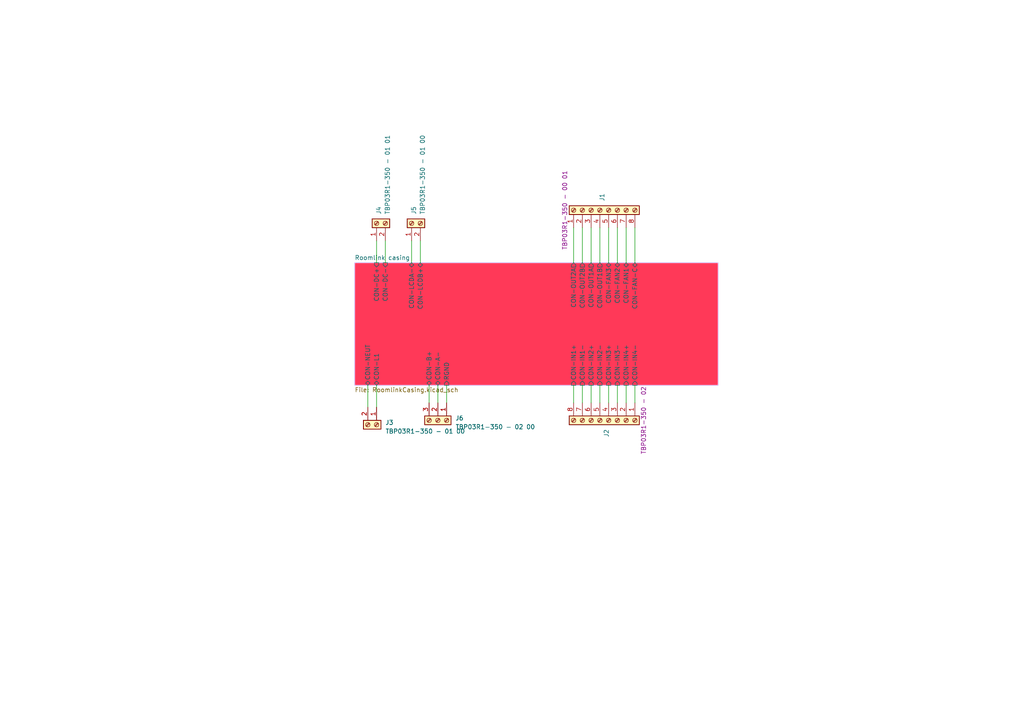
<source format=kicad_sch>
(kicad_sch (version 20230121) (generator eeschema)

  (uuid 89fa4562-b33b-473b-85be-61cc5cfa855c)

  (paper "A4")

  (title_block
    (title "Main")
    (date "2023-06-18")
    (rev "v1")
    (company "ITLA")
  )

  (lib_symbols
    (symbol "Connector:Screw_Terminal_01x02" (pin_names (offset 1.016) hide) (in_bom yes) (on_board yes)
      (property "Reference" "J" (at 0 2.54 0)
        (effects (font (size 1.27 1.27)))
      )
      (property "Value" "Screw_Terminal_01x02" (at 0 -5.08 0)
        (effects (font (size 1.27 1.27)))
      )
      (property "Footprint" "" (at 0 0 0)
        (effects (font (size 1.27 1.27)) hide)
      )
      (property "Datasheet" "~" (at 0 0 0)
        (effects (font (size 1.27 1.27)) hide)
      )
      (property "ki_keywords" "screw terminal" (at 0 0 0)
        (effects (font (size 1.27 1.27)) hide)
      )
      (property "ki_description" "Generic screw terminal, single row, 01x02, script generated (kicad-library-utils/schlib/autogen/connector/)" (at 0 0 0)
        (effects (font (size 1.27 1.27)) hide)
      )
      (property "ki_fp_filters" "TerminalBlock*:*" (at 0 0 0)
        (effects (font (size 1.27 1.27)) hide)
      )
      (symbol "Screw_Terminal_01x02_1_1"
        (rectangle (start -1.27 1.27) (end 1.27 -3.81)
          (stroke (width 0.254) (type default))
          (fill (type background))
        )
        (circle (center 0 -2.54) (radius 0.635)
          (stroke (width 0.1524) (type default))
          (fill (type none))
        )
        (polyline
          (pts
            (xy -0.5334 -2.2098)
            (xy 0.3302 -3.048)
          )
          (stroke (width 0.1524) (type default))
          (fill (type none))
        )
        (polyline
          (pts
            (xy -0.5334 0.3302)
            (xy 0.3302 -0.508)
          )
          (stroke (width 0.1524) (type default))
          (fill (type none))
        )
        (polyline
          (pts
            (xy -0.3556 -2.032)
            (xy 0.508 -2.8702)
          )
          (stroke (width 0.1524) (type default))
          (fill (type none))
        )
        (polyline
          (pts
            (xy -0.3556 0.508)
            (xy 0.508 -0.3302)
          )
          (stroke (width 0.1524) (type default))
          (fill (type none))
        )
        (circle (center 0 0) (radius 0.635)
          (stroke (width 0.1524) (type default))
          (fill (type none))
        )
        (pin passive line (at -5.08 0 0) (length 3.81)
          (name "Pin_1" (effects (font (size 1.27 1.27))))
          (number "1" (effects (font (size 1.27 1.27))))
        )
        (pin passive line (at -5.08 -2.54 0) (length 3.81)
          (name "Pin_2" (effects (font (size 1.27 1.27))))
          (number "2" (effects (font (size 1.27 1.27))))
        )
      )
    )
    (symbol "Connector:Screw_Terminal_01x03" (pin_names (offset 1.016) hide) (in_bom yes) (on_board yes)
      (property "Reference" "J" (at 0 5.08 0)
        (effects (font (size 1.27 1.27)))
      )
      (property "Value" "Screw_Terminal_01x03" (at 0 -5.08 0)
        (effects (font (size 1.27 1.27)))
      )
      (property "Footprint" "" (at 0 0 0)
        (effects (font (size 1.27 1.27)) hide)
      )
      (property "Datasheet" "~" (at 0 0 0)
        (effects (font (size 1.27 1.27)) hide)
      )
      (property "ki_keywords" "screw terminal" (at 0 0 0)
        (effects (font (size 1.27 1.27)) hide)
      )
      (property "ki_description" "Generic screw terminal, single row, 01x03, script generated (kicad-library-utils/schlib/autogen/connector/)" (at 0 0 0)
        (effects (font (size 1.27 1.27)) hide)
      )
      (property "ki_fp_filters" "TerminalBlock*:*" (at 0 0 0)
        (effects (font (size 1.27 1.27)) hide)
      )
      (symbol "Screw_Terminal_01x03_1_1"
        (rectangle (start -1.27 3.81) (end 1.27 -3.81)
          (stroke (width 0.254) (type default))
          (fill (type background))
        )
        (circle (center 0 -2.54) (radius 0.635)
          (stroke (width 0.1524) (type default))
          (fill (type none))
        )
        (polyline
          (pts
            (xy -0.5334 -2.2098)
            (xy 0.3302 -3.048)
          )
          (stroke (width 0.1524) (type default))
          (fill (type none))
        )
        (polyline
          (pts
            (xy -0.5334 0.3302)
            (xy 0.3302 -0.508)
          )
          (stroke (width 0.1524) (type default))
          (fill (type none))
        )
        (polyline
          (pts
            (xy -0.5334 2.8702)
            (xy 0.3302 2.032)
          )
          (stroke (width 0.1524) (type default))
          (fill (type none))
        )
        (polyline
          (pts
            (xy -0.3556 -2.032)
            (xy 0.508 -2.8702)
          )
          (stroke (width 0.1524) (type default))
          (fill (type none))
        )
        (polyline
          (pts
            (xy -0.3556 0.508)
            (xy 0.508 -0.3302)
          )
          (stroke (width 0.1524) (type default))
          (fill (type none))
        )
        (polyline
          (pts
            (xy -0.3556 3.048)
            (xy 0.508 2.2098)
          )
          (stroke (width 0.1524) (type default))
          (fill (type none))
        )
        (circle (center 0 0) (radius 0.635)
          (stroke (width 0.1524) (type default))
          (fill (type none))
        )
        (circle (center 0 2.54) (radius 0.635)
          (stroke (width 0.1524) (type default))
          (fill (type none))
        )
        (pin passive line (at -5.08 2.54 0) (length 3.81)
          (name "Pin_1" (effects (font (size 1.27 1.27))))
          (number "1" (effects (font (size 1.27 1.27))))
        )
        (pin passive line (at -5.08 0 0) (length 3.81)
          (name "Pin_2" (effects (font (size 1.27 1.27))))
          (number "2" (effects (font (size 1.27 1.27))))
        )
        (pin passive line (at -5.08 -2.54 0) (length 3.81)
          (name "Pin_3" (effects (font (size 1.27 1.27))))
          (number "3" (effects (font (size 1.27 1.27))))
        )
      )
    )
    (symbol "Connector:Screw_Terminal_01x08" (pin_names (offset 1.016) hide) (in_bom yes) (on_board yes)
      (property "Reference" "J" (at 0 10.16 0)
        (effects (font (size 1.27 1.27)))
      )
      (property "Value" "Screw_Terminal_01x08" (at 0 -12.7 0)
        (effects (font (size 1.27 1.27)))
      )
      (property "Footprint" "" (at 0 0 0)
        (effects (font (size 1.27 1.27)) hide)
      )
      (property "Datasheet" "~" (at 0 0 0)
        (effects (font (size 1.27 1.27)) hide)
      )
      (property "ki_keywords" "screw terminal" (at 0 0 0)
        (effects (font (size 1.27 1.27)) hide)
      )
      (property "ki_description" "Generic screw terminal, single row, 01x08, script generated (kicad-library-utils/schlib/autogen/connector/)" (at 0 0 0)
        (effects (font (size 1.27 1.27)) hide)
      )
      (property "ki_fp_filters" "TerminalBlock*:*" (at 0 0 0)
        (effects (font (size 1.27 1.27)) hide)
      )
      (symbol "Screw_Terminal_01x08_1_1"
        (rectangle (start -1.27 8.89) (end 1.27 -11.43)
          (stroke (width 0.254) (type default))
          (fill (type background))
        )
        (circle (center 0 -10.16) (radius 0.635)
          (stroke (width 0.1524) (type default))
          (fill (type none))
        )
        (circle (center 0 -7.62) (radius 0.635)
          (stroke (width 0.1524) (type default))
          (fill (type none))
        )
        (circle (center 0 -5.08) (radius 0.635)
          (stroke (width 0.1524) (type default))
          (fill (type none))
        )
        (circle (center 0 -2.54) (radius 0.635)
          (stroke (width 0.1524) (type default))
          (fill (type none))
        )
        (polyline
          (pts
            (xy -0.5334 -9.8298)
            (xy 0.3302 -10.668)
          )
          (stroke (width 0.1524) (type default))
          (fill (type none))
        )
        (polyline
          (pts
            (xy -0.5334 -7.2898)
            (xy 0.3302 -8.128)
          )
          (stroke (width 0.1524) (type default))
          (fill (type none))
        )
        (polyline
          (pts
            (xy -0.5334 -4.7498)
            (xy 0.3302 -5.588)
          )
          (stroke (width 0.1524) (type default))
          (fill (type none))
        )
        (polyline
          (pts
            (xy -0.5334 -2.2098)
            (xy 0.3302 -3.048)
          )
          (stroke (width 0.1524) (type default))
          (fill (type none))
        )
        (polyline
          (pts
            (xy -0.5334 0.3302)
            (xy 0.3302 -0.508)
          )
          (stroke (width 0.1524) (type default))
          (fill (type none))
        )
        (polyline
          (pts
            (xy -0.5334 2.8702)
            (xy 0.3302 2.032)
          )
          (stroke (width 0.1524) (type default))
          (fill (type none))
        )
        (polyline
          (pts
            (xy -0.5334 5.4102)
            (xy 0.3302 4.572)
          )
          (stroke (width 0.1524) (type default))
          (fill (type none))
        )
        (polyline
          (pts
            (xy -0.5334 7.9502)
            (xy 0.3302 7.112)
          )
          (stroke (width 0.1524) (type default))
          (fill (type none))
        )
        (polyline
          (pts
            (xy -0.3556 -9.652)
            (xy 0.508 -10.4902)
          )
          (stroke (width 0.1524) (type default))
          (fill (type none))
        )
        (polyline
          (pts
            (xy -0.3556 -7.112)
            (xy 0.508 -7.9502)
          )
          (stroke (width 0.1524) (type default))
          (fill (type none))
        )
        (polyline
          (pts
            (xy -0.3556 -4.572)
            (xy 0.508 -5.4102)
          )
          (stroke (width 0.1524) (type default))
          (fill (type none))
        )
        (polyline
          (pts
            (xy -0.3556 -2.032)
            (xy 0.508 -2.8702)
          )
          (stroke (width 0.1524) (type default))
          (fill (type none))
        )
        (polyline
          (pts
            (xy -0.3556 0.508)
            (xy 0.508 -0.3302)
          )
          (stroke (width 0.1524) (type default))
          (fill (type none))
        )
        (polyline
          (pts
            (xy -0.3556 3.048)
            (xy 0.508 2.2098)
          )
          (stroke (width 0.1524) (type default))
          (fill (type none))
        )
        (polyline
          (pts
            (xy -0.3556 5.588)
            (xy 0.508 4.7498)
          )
          (stroke (width 0.1524) (type default))
          (fill (type none))
        )
        (polyline
          (pts
            (xy -0.3556 8.128)
            (xy 0.508 7.2898)
          )
          (stroke (width 0.1524) (type default))
          (fill (type none))
        )
        (circle (center 0 0) (radius 0.635)
          (stroke (width 0.1524) (type default))
          (fill (type none))
        )
        (circle (center 0 2.54) (radius 0.635)
          (stroke (width 0.1524) (type default))
          (fill (type none))
        )
        (circle (center 0 5.08) (radius 0.635)
          (stroke (width 0.1524) (type default))
          (fill (type none))
        )
        (circle (center 0 7.62) (radius 0.635)
          (stroke (width 0.1524) (type default))
          (fill (type none))
        )
        (pin passive line (at -5.08 7.62 0) (length 3.81)
          (name "Pin_1" (effects (font (size 1.27 1.27))))
          (number "1" (effects (font (size 1.27 1.27))))
        )
        (pin passive line (at -5.08 5.08 0) (length 3.81)
          (name "Pin_2" (effects (font (size 1.27 1.27))))
          (number "2" (effects (font (size 1.27 1.27))))
        )
        (pin passive line (at -5.08 2.54 0) (length 3.81)
          (name "Pin_3" (effects (font (size 1.27 1.27))))
          (number "3" (effects (font (size 1.27 1.27))))
        )
        (pin passive line (at -5.08 0 0) (length 3.81)
          (name "Pin_4" (effects (font (size 1.27 1.27))))
          (number "4" (effects (font (size 1.27 1.27))))
        )
        (pin passive line (at -5.08 -2.54 0) (length 3.81)
          (name "Pin_5" (effects (font (size 1.27 1.27))))
          (number "5" (effects (font (size 1.27 1.27))))
        )
        (pin passive line (at -5.08 -5.08 0) (length 3.81)
          (name "Pin_6" (effects (font (size 1.27 1.27))))
          (number "6" (effects (font (size 1.27 1.27))))
        )
        (pin passive line (at -5.08 -7.62 0) (length 3.81)
          (name "Pin_7" (effects (font (size 1.27 1.27))))
          (number "7" (effects (font (size 1.27 1.27))))
        )
        (pin passive line (at -5.08 -10.16 0) (length 3.81)
          (name "Pin_8" (effects (font (size 1.27 1.27))))
          (number "8" (effects (font (size 1.27 1.27))))
        )
      )
    )
  )


  (wire (pts (xy 121.92 69.85) (xy 121.92 76.2))
    (stroke (width 0) (type default))
    (uuid 1fbd3b02-2aa0-40e6-a189-56b2e6c76b9e)
  )
  (wire (pts (xy 106.68 111.76) (xy 106.68 118.11))
    (stroke (width 0) (type default))
    (uuid 1fdcf62d-31a4-4517-a72e-736b809fca59)
  )
  (wire (pts (xy 179.07 66.04) (xy 179.07 76.2))
    (stroke (width 0) (type default))
    (uuid 21a7de58-ef96-4d49-8be3-7d99a7fac32a)
  )
  (wire (pts (xy 124.46 111.76) (xy 124.46 116.84))
    (stroke (width 0) (type default))
    (uuid 2538dffe-646b-4bd0-a862-b1b25dde9686)
  )
  (wire (pts (xy 173.99 66.04) (xy 173.99 76.2))
    (stroke (width 0) (type default))
    (uuid 38cb09a2-f078-4dc6-9c6a-69658136a9fa)
  )
  (wire (pts (xy 173.99 111.76) (xy 173.99 116.84))
    (stroke (width 0) (type default))
    (uuid 4243b981-06ab-47e4-a4c6-178f923cfd68)
  )
  (wire (pts (xy 168.91 111.76) (xy 168.91 116.84))
    (stroke (width 0) (type default))
    (uuid 4d45c454-d619-4bd8-9c1a-6380a97e1d7a)
  )
  (wire (pts (xy 166.37 66.04) (xy 166.37 76.2))
    (stroke (width 0) (type default))
    (uuid 4d63e0be-a65b-4ffb-b4b7-17b378a9b215)
  )
  (wire (pts (xy 181.61 66.04) (xy 181.61 76.2))
    (stroke (width 0) (type default))
    (uuid 4db60994-9f0b-4168-91a3-72804a754667)
  )
  (wire (pts (xy 168.91 66.04) (xy 168.91 76.2))
    (stroke (width 0) (type default))
    (uuid 53ba8cc0-a13d-4562-b8dc-ca04da8adf20)
  )
  (wire (pts (xy 127 111.76) (xy 127 116.84))
    (stroke (width 0) (type default))
    (uuid 560aa305-8602-43fb-89c3-39db1f22f374)
  )
  (wire (pts (xy 184.15 111.76) (xy 184.15 116.84))
    (stroke (width 0) (type default))
    (uuid 5ecb34c5-19a7-4391-a1a3-f07a2043bd7d)
  )
  (wire (pts (xy 176.53 66.04) (xy 176.53 76.2))
    (stroke (width 0) (type default))
    (uuid 6ff7ced4-bbc5-402a-9838-58015a644a65)
  )
  (wire (pts (xy 181.61 111.76) (xy 181.61 116.84))
    (stroke (width 0) (type default))
    (uuid 70f4fa7c-88d5-4f5b-9381-ecde46227a21)
  )
  (wire (pts (xy 129.54 111.76) (xy 129.54 116.84))
    (stroke (width 0) (type default))
    (uuid 826a40dd-1147-4fc6-b218-9e018922f70a)
  )
  (wire (pts (xy 184.15 66.04) (xy 184.15 76.2))
    (stroke (width 0) (type default))
    (uuid 959cb096-93aa-49ca-8201-8fdb7e00a4f1)
  )
  (wire (pts (xy 179.07 111.76) (xy 179.07 116.84))
    (stroke (width 0) (type default))
    (uuid 997468bd-0383-4fed-a94e-34b1755a5383)
  )
  (wire (pts (xy 171.45 111.76) (xy 171.45 116.84))
    (stroke (width 0) (type default))
    (uuid a442bfe4-4be0-458e-a67c-ec8b392f5b2f)
  )
  (wire (pts (xy 109.22 69.85) (xy 109.22 76.2))
    (stroke (width 0) (type default))
    (uuid bece724c-4dc9-49eb-9898-079544b9e096)
  )
  (wire (pts (xy 111.76 69.85) (xy 111.76 76.2))
    (stroke (width 0) (type default))
    (uuid caab022b-2e35-4bb3-9e2b-53a9d9111722)
  )
  (wire (pts (xy 119.38 69.85) (xy 119.38 76.2))
    (stroke (width 0) (type default))
    (uuid d4805559-872e-4bb1-ae48-936ea0e746cf)
  )
  (wire (pts (xy 166.37 111.76) (xy 166.37 116.84))
    (stroke (width 0) (type default))
    (uuid d8144090-dacf-4dae-bad5-ad6c963c8b43)
  )
  (wire (pts (xy 109.22 111.76) (xy 109.22 118.11))
    (stroke (width 0) (type default))
    (uuid df86af1c-9931-4f40-aaac-be0e0149183b)
  )
  (wire (pts (xy 171.45 66.04) (xy 171.45 76.2))
    (stroke (width 0) (type default))
    (uuid ecacf9c6-7e24-432d-982d-274ea468ce4a)
  )
  (wire (pts (xy 176.53 111.76) (xy 176.53 116.84))
    (stroke (width 0) (type default))
    (uuid f8fd9e76-0433-45e4-a030-36786c06a42d)
  )

  (symbol (lib_id "Connector:Screw_Terminal_01x03") (at 127 121.92 270) (unit 1)
    (in_bom yes) (on_board yes) (dnp no) (fields_autoplaced)
    (uuid 5365cb35-eb77-48fe-bc24-91b0b4e46237)
    (property "Reference" "J6" (at 132.08 121.285 90)
      (effects (font (size 1.27 1.27)) (justify left))
    )
    (property "Value" "TBP03R1-350 - 02 00" (at 132.08 123.825 90)
      (effects (font (size 1.27 1.27)) (justify left))
    )
    (property "Footprint" "SamacSys_Parts:CUI_TBP03R1-350-03GR" (at 127 121.92 0)
      (effects (font (size 1.27 1.27)) hide)
    )
    (property "Datasheet" "https://www.cuidevices.com/product/interconnect/connectors/terminal-blocks/tbp03r1-350-series" (at 127 121.92 0)
      (effects (font (size 1.27 1.27)) hide)
    )
    (pin "1" (uuid 6bebe4f6-1e59-4969-bbb3-47afa0f54e14))
    (pin "2" (uuid f7711ff5-8330-4bf3-b318-2aa965316b5b))
    (pin "3" (uuid cdf43588-c75d-4b6f-9af6-ac34f67c2e15))
    (instances
      (project "Roomlink"
        (path "/89fa4562-b33b-473b-85be-61cc5cfa855c"
          (reference "J6") (unit 1)
        )
      )
    )
  )

  (symbol (lib_id "Connector:Screw_Terminal_01x02") (at 109.22 64.77 90) (unit 1)
    (in_bom yes) (on_board yes) (dnp no) (fields_autoplaced)
    (uuid 70645840-6ffb-4ba7-a291-caab6a1c4ddb)
    (property "Reference" "J4" (at 109.855 62.23 0)
      (effects (font (size 1.27 1.27)) (justify left))
    )
    (property "Value" "TBP03R1-350 - 01 01" (at 112.395 62.23 0)
      (effects (font (size 1.27 1.27)) (justify left))
    )
    (property "Footprint" "SamacSys_Parts:CUI_TBP03R1-350-02GR" (at 109.22 64.77 0)
      (effects (font (size 1.27 1.27)) hide)
    )
    (property "Datasheet" "https://www.cuidevices.com/product/resource/tbp03r1-350.pdf" (at 109.22 64.77 0)
      (effects (font (size 1.27 1.27)) hide)
    )
    (pin "1" (uuid 94e57084-a88c-4672-8973-26cc49430010))
    (pin "2" (uuid adac7d35-5fcd-4280-a030-232a02208e2a))
    (instances
      (project "Roomlink"
        (path "/89fa4562-b33b-473b-85be-61cc5cfa855c"
          (reference "J4") (unit 1)
        )
      )
    )
  )

  (symbol (lib_id "Connector:Screw_Terminal_01x02") (at 109.22 123.19 270) (unit 1)
    (in_bom yes) (on_board yes) (dnp no) (fields_autoplaced)
    (uuid a58cdf82-5f7a-4f3c-b660-cc5b9633ca08)
    (property "Reference" "J3" (at 111.76 122.555 90)
      (effects (font (size 1.27 1.27)) (justify left))
    )
    (property "Value" "TBP03R1-350 - 01 00" (at 111.76 125.095 90)
      (effects (font (size 1.27 1.27)) (justify left))
    )
    (property "Footprint" "SamacSys_Parts:CUI_TBP03R1-350-02GR" (at 109.22 123.19 0)
      (effects (font (size 1.27 1.27)) hide)
    )
    (property "Datasheet" "https://www.cuidevices.com/product/resource/tbp03r1-350.pdf" (at 109.22 123.19 0)
      (effects (font (size 1.27 1.27)) hide)
    )
    (pin "1" (uuid 8a3c1e9a-e3ce-4097-b020-68c8afa90bab))
    (pin "2" (uuid 751c84f5-50f2-4c9b-9953-7f020affe4b9))
    (instances
      (project "Roomlink"
        (path "/89fa4562-b33b-473b-85be-61cc5cfa855c"
          (reference "J3") (unit 1)
        )
      )
    )
  )

  (symbol (lib_id "Connector:Screw_Terminal_01x08") (at 173.99 60.96 90) (unit 1)
    (in_bom yes) (on_board yes) (dnp no)
    (uuid bfa545c2-2fdb-43e2-92ce-342a93928b77)
    (property "Reference" "J1" (at 174.625 58.42 0)
      (effects (font (size 1.27 1.27)) (justify left))
    )
    (property "Value" "Screw_Terminal_01x08" (at 177.165 58.42 0)
      (effects (font (size 1.27 1.27)) (justify left) hide)
    )
    (property "Footprint" "SamacSys_Parts:CUI_TBP03R1-350-08GR" (at 173.99 60.96 0)
      (effects (font (size 1.27 1.27)) hide)
    )
    (property "Datasheet" "https://www.cuidevices.com/product/resource/tbp03r1-350.pdf" (at 173.99 60.96 0)
      (effects (font (size 1.27 1.27)) hide)
    )
    (property "Part No." "TBP03R1-350 - 00 01" (at 163.83 60.96 0)
      (effects (font (size 1.27 1.27)))
    )
    (pin "1" (uuid 820d43dd-7a1c-4771-87cb-a07f9a6705b8))
    (pin "2" (uuid 1e5f26bf-fa32-4a30-b4d8-33142382693e))
    (pin "3" (uuid 4228ae74-3b31-4557-b12e-3ff7334c8879))
    (pin "4" (uuid ed8a22ea-cc3e-4572-bc8e-12b29647af36))
    (pin "5" (uuid 678715f2-ebbd-43c5-9efb-652eaace45e0))
    (pin "6" (uuid 6318aff2-6a6e-4f2f-8c30-566eafdd9954))
    (pin "7" (uuid 20c900c0-cfd6-4cef-9d80-ca70bc766ab7))
    (pin "8" (uuid ddb49668-2a9a-4b73-a8d8-586634c07c46))
    (instances
      (project "Roomlink"
        (path "/89fa4562-b33b-473b-85be-61cc5cfa855c"
          (reference "J1") (unit 1)
        )
      )
    )
  )

  (symbol (lib_id "Connector:Screw_Terminal_01x02") (at 119.38 64.77 90) (unit 1)
    (in_bom yes) (on_board yes) (dnp no) (fields_autoplaced)
    (uuid d51e0a77-bc2b-4abc-bc31-6bd0c46d3023)
    (property "Reference" "J5" (at 120.015 62.23 0)
      (effects (font (size 1.27 1.27)) (justify left))
    )
    (property "Value" "TBP03R1-350 - 01 00" (at 122.555 62.23 0)
      (effects (font (size 1.27 1.27)) (justify left))
    )
    (property "Footprint" "SamacSys_Parts:CUI_TBP03R1-350-02GR" (at 119.38 64.77 0)
      (effects (font (size 1.27 1.27)) hide)
    )
    (property "Datasheet" "https://www.cuidevices.com/product/resource/tbp03r1-350.pdf" (at 119.38 64.77 0)
      (effects (font (size 1.27 1.27)) hide)
    )
    (pin "1" (uuid addfb14d-16ec-41b2-877c-26244cc61fd8))
    (pin "2" (uuid 3900da1d-13bb-4a8b-ba5e-b9b9359c9a6d))
    (instances
      (project "Roomlink"
        (path "/89fa4562-b33b-473b-85be-61cc5cfa855c"
          (reference "J5") (unit 1)
        )
      )
    )
  )

  (symbol (lib_id "Connector:Screw_Terminal_01x08") (at 176.53 121.92 270) (unit 1)
    (in_bom yes) (on_board yes) (dnp no)
    (uuid f99dc07f-780a-49cf-9f23-84d12f0cd971)
    (property "Reference" "J2" (at 175.895 124.46 0)
      (effects (font (size 1.27 1.27)) (justify left))
    )
    (property "Value" "Screw_Terminal_01x08" (at 173.355 124.46 0)
      (effects (font (size 1.27 1.27)) (justify left) hide)
    )
    (property "Footprint" "SamacSys_Parts:CUI_TBP03R1-350-08GR" (at 176.53 121.92 0)
      (effects (font (size 1.27 1.27)) hide)
    )
    (property "Datasheet" "https://www.cuidevices.com/product/resource/tbp03r1-350.pdf" (at 176.53 121.92 0)
      (effects (font (size 1.27 1.27)) hide)
    )
    (property "Part No." "TBP03R1-350 - 02" (at 186.69 121.92 0)
      (effects (font (size 1.27 1.27)))
    )
    (pin "1" (uuid f1edde7c-04fc-4ea6-8d5e-4f94f14ebe7f))
    (pin "2" (uuid 490026ce-5d64-4a5b-b185-41c1365d1ba5))
    (pin "3" (uuid 77649a07-06ad-4b59-90cb-14a535bb7889))
    (pin "4" (uuid afe7dba6-307e-4a19-944d-5cf0a94f221b))
    (pin "5" (uuid aed6f168-e274-4f24-a80e-4dc948653bb7))
    (pin "6" (uuid 16b4d1ce-7aba-480f-8dc2-54e78c8604e4))
    (pin "7" (uuid 0c2f466f-d926-4865-a413-1c62f314532e))
    (pin "8" (uuid 6876d5ab-a01b-4d93-a535-6d2daca2242b))
    (instances
      (project "Roomlink"
        (path "/89fa4562-b33b-473b-85be-61cc5cfa855c"
          (reference "J2") (unit 1)
        )
      )
    )
  )

  (sheet (at 102.87 76.2) (size 105.41 35.56) (fields_autoplaced)
    (stroke (width 0.1524) (type solid) (color 198 184 255 1))
    (fill (color 255 57 88 1.0000))
    (uuid 7b8793d2-a0eb-4dc9-926a-a0df6f98fe56)
    (property "Sheetname" "Roomlink casing" (at 102.87 75.4884 0)
      (effects (font (size 1.27 1.27)) (justify left bottom))
    )
    (property "Sheetfile" "RoomlinkCasing.kicad_sch" (at 102.87 112.3446 0)
      (effects (font (size 1.27 1.27)) (justify left top))
    )
    (pin "CON-NEUT" bidirectional (at 106.68 111.76 270)
      (effects (font (size 1.27 1.27)) (justify left))
      (uuid 0c4bf5bb-3a21-4d09-b2f4-6676d096cede)
    )
    (pin "CON-B+" bidirectional (at 124.46 111.76 270)
      (effects (font (size 1.27 1.27)) (justify left))
      (uuid a6870d5e-f97e-4204-ae98-232556d12105)
    )
    (pin "CON-A-" bidirectional (at 127 111.76 270)
      (effects (font (size 1.27 1.27)) (justify left))
      (uuid da8ba9eb-991f-45ba-b732-de9632e32295)
    )
    (pin "CON-L1" bidirectional (at 109.22 111.76 270)
      (effects (font (size 1.27 1.27)) (justify left))
      (uuid b8125805-6783-425c-9955-47f430a18615)
    )
    (pin "RGND" input (at 129.54 111.76 270)
      (effects (font (size 1.27 1.27)) (justify left))
      (uuid 6f2a2daa-e046-4fc3-a5c0-4d740e02d560)
    )
    (pin "CON-LCDA-" bidirectional (at 119.38 76.2 90)
      (effects (font (size 1.27 1.27)) (justify right))
      (uuid 6f527d61-5a88-41dc-89c3-6f624440188b)
    )
    (pin "CON-LCDB+" bidirectional (at 121.92 76.2 90)
      (effects (font (size 1.27 1.27)) (justify right))
      (uuid 5c9a1e0a-c84b-4a2f-965a-2d4d7464cf40)
    )
    (pin "CON-DC+" input (at 109.22 76.2 90)
      (effects (font (size 1.27 1.27)) (justify right))
      (uuid da68bd6a-9dbf-4acd-80d5-e9e74b6b9e6a)
    )
    (pin "CON-DC-" input (at 111.76 76.2 90)
      (effects (font (size 1.27 1.27)) (justify right))
      (uuid 213691ee-3ae6-419e-9db5-004d886fa513)
    )
    (pin "CON-FAN1" bidirectional (at 181.61 76.2 90)
      (effects (font (size 1.27 1.27)) (justify right))
      (uuid 31214e0d-b595-46bd-86e8-c3a38e0c3181)
    )
    (pin "CON-FAN2" bidirectional (at 179.07 76.2 90)
      (effects (font (size 1.27 1.27)) (justify right))
      (uuid ff9e62b5-6330-4365-946c-64b8e4ec58ba)
    )
    (pin "CON-OUT1B" output (at 173.99 76.2 90)
      (effects (font (size 1.27 1.27)) (justify right))
      (uuid d6dc9b42-e3f2-4f6b-acfe-32a71db5e8ed)
    )
    (pin "CON-FAN3" bidirectional (at 176.53 76.2 90)
      (effects (font (size 1.27 1.27)) (justify right))
      (uuid ce7b7b2c-509e-4e9f-a223-d946e7199c59)
    )
    (pin "CON-OUT1A" output (at 171.45 76.2 90)
      (effects (font (size 1.27 1.27)) (justify right))
      (uuid 00122767-d84e-4b84-9534-eb051fd9a449)
    )
    (pin "CON-OUT2A" output (at 166.37 76.2 90)
      (effects (font (size 1.27 1.27)) (justify right))
      (uuid 6daa82b2-f721-4427-b930-17cd081ea6ae)
    )
    (pin "CON-OUT2B" output (at 168.91 76.2 90)
      (effects (font (size 1.27 1.27)) (justify right))
      (uuid 5922d506-b85a-496e-9a60-a975293eca8b)
    )
    (pin "CON-FAN-C" bidirectional (at 184.15 76.2 90)
      (effects (font (size 1.27 1.27)) (justify right))
      (uuid 236455e4-2b31-4f37-91fb-fd40d1dd9e7a)
    )
    (pin "CON-IN3-" input (at 179.07 111.76 270)
      (effects (font (size 1.27 1.27)) (justify left))
      (uuid 25231d47-e761-4cbb-940a-fa677110f058)
    )
    (pin "CON-IN3+" input (at 176.53 111.76 270)
      (effects (font (size 1.27 1.27)) (justify left))
      (uuid cf098395-237f-466d-af5a-5ca6132b5e65)
    )
    (pin "CON-IN1-" input (at 168.91 111.76 270)
      (effects (font (size 1.27 1.27)) (justify left))
      (uuid 879b7d08-48b5-4bf3-ba91-585f662a961a)
    )
    (pin "CON-IN2-" input (at 173.99 111.76 270)
      (effects (font (size 1.27 1.27)) (justify left))
      (uuid 88b35565-b6a2-459a-aacf-0001fec1e79f)
    )
    (pin "CON-IN2+" input (at 171.45 111.76 270)
      (effects (font (size 1.27 1.27)) (justify left))
      (uuid 2877bd5f-478c-4772-94da-ee65e2b7fed9)
    )
    (pin "CON-IN4+" input (at 181.61 111.76 270)
      (effects (font (size 1.27 1.27)) (justify left))
      (uuid 8d5f11be-7ffc-4366-a396-fad9eb9c9ac8)
    )
    (pin "CON-IN1+" input (at 166.37 111.76 270)
      (effects (font (size 1.27 1.27)) (justify left))
      (uuid c72f4e31-6a99-4f69-adb5-09636434d471)
    )
    (pin "CON-IN4-" input (at 184.15 111.76 270)
      (effects (font (size 1.27 1.27)) (justify left))
      (uuid ca7a1acf-8875-48bb-bada-864d1b28c2cf)
    )
    (instances
      (project "Roomlink"
        (path "/89fa4562-b33b-473b-85be-61cc5cfa855c" (page "2"))
      )
    )
  )

  (sheet_instances
    (path "/" (page "1"))
  )
)

</source>
